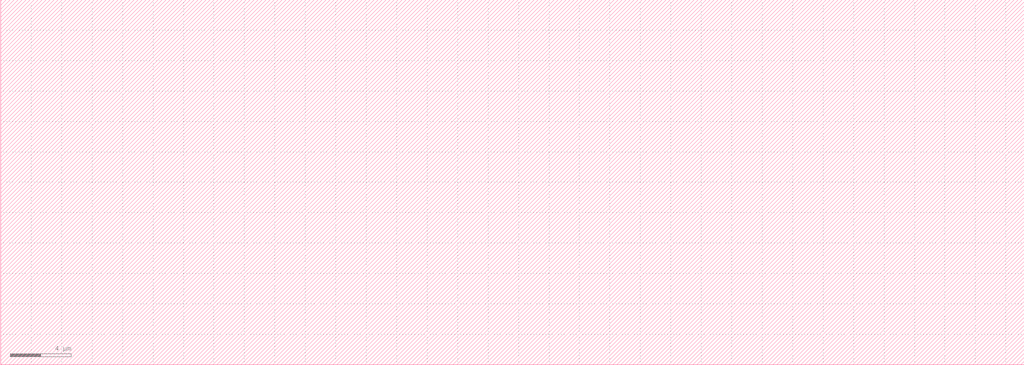
<source format=lef>
VERSION 5.4 ;
NAMESCASESENSITIVE ON ;
BUSBITCHARS "[]" ;
DIVIDERCHAR "/" ;

UNITS
  DATABASE MICRONS 1000 ;
END UNITS

MACRO snl_bufx1
SIZE 67.2 BY 24 ;
  PIN Z DIRECTION OUTPUT ; END Z
  PIN A DIRECTION INPUT ; END A
  PIN VDD DIRECTION INOUT ; USE POWER ; END VDD
  PIN VSS DIRECTION INOUT ; USE GROUND ; END VSS
END snl_bufx1

MACRO snl_bufx2
SIZE 67.2 BY 24 ;
  PIN Z DIRECTION OUTPUT ; END Z
  PIN A DIRECTION INPUT ; END A
  PIN VDD DIRECTION INOUT ; USE POWER ; END VDD
  PIN VSS DIRECTION INOUT ; USE GROUND ; END VSS
END snl_bufx2

MACRO snl_invx1
SIZE 67.2 BY 24 ;
  PIN ZN DIRECTION OUTPUT ; END ZN
  PIN A DIRECTION INPUT ; END A
  PIN VDD DIRECTION INOUT ; USE POWER ; END VDD
  PIN VSS DIRECTION INOUT ; USE GROUND ; END VSS
END snl_invx1

MACRO snl_and02x1
SIZE 67.2 BY 24 ;
  PIN Z DIRECTION OUTPUT ; END Z
  PIN A DIRECTION INPUT ; END A
  PIN B DIRECTION INPUT ; END B
  PIN VDD DIRECTION INOUT ; USE POWER ; END VDD
  PIN VSS DIRECTION INOUT ; USE GROUND ; END VSS
END snl_and02x1

MACRO snl_nor02x1
SIZE 67.2 BY 24 ;
  PIN ZN DIRECTION OUTPUT ; END ZN
  PIN A DIRECTION INPUT ; END A
  PIN B DIRECTION INPUT ; END B
  PIN VDD DIRECTION INOUT ; USE POWER ; END VDD
  PIN VSS DIRECTION INOUT ; USE GROUND ; END VSS
END snl_nor02x1

MACRO snl_ffqx1
SIZE 67.2 BY 24 ;
  PIN Q DIRECTION OUTPUT ; END Q
  PIN D DIRECTION INPUT ; END D
  PIN CP DIRECTION INPUT ; END CP
  PIN VDD DIRECTION INOUT ; USE POWER ; END VDD
  PIN VSS DIRECTION INOUT ; USE GROUND ; END VSS
END snl_ffqx1

END LIBRARY

</source>
